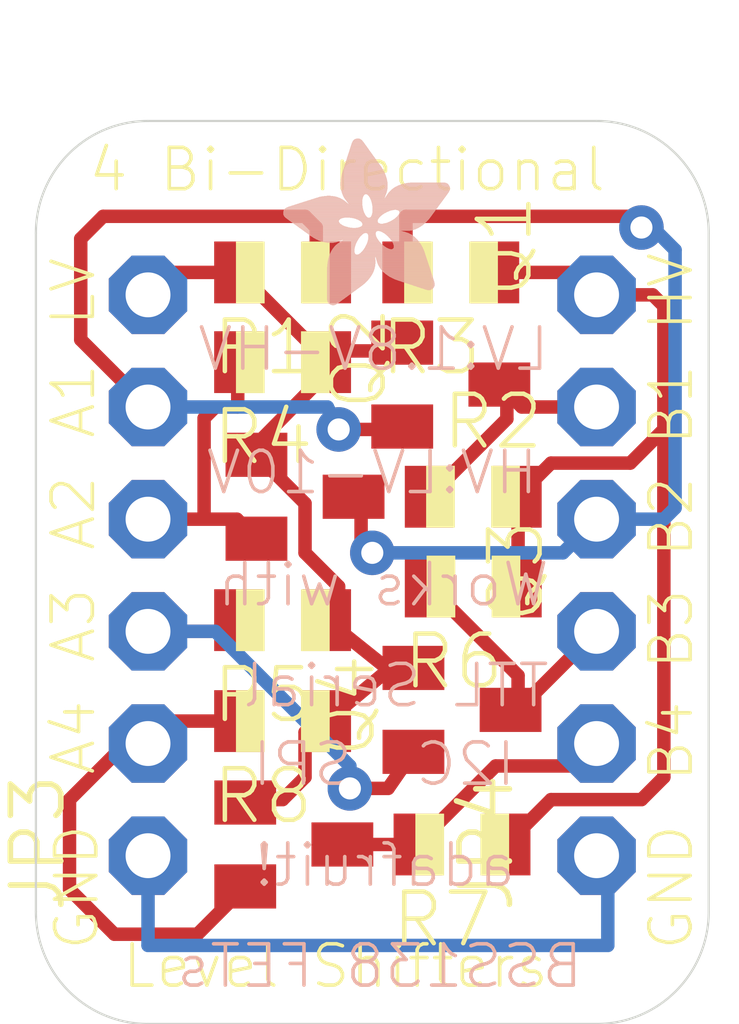
<source format=kicad_pcb>
(kicad_pcb (version 20211014) (generator pcbnew)
  (layers (0 "F.Cu" signal) (1 "In1.Cu" signal) (2 "In2.Cu" signal) (3 "In3.Cu" signal) (4 "In4.Cu" signal) (5 "In5.Cu" signal) (6 "In6.Cu" signal) (7 "In7.Cu" signal) (8 "In8.Cu" signal) (9 "In9.Cu" signal) (10 "In10.Cu" signal) (11 "In11.Cu" signal) (12 "In12.Cu" signal) (13 "In13.Cu" signal) (14 "In14.Cu" signal) (31 "B.Cu" signal) (34 "B.Paste" user) (35 "F.Paste" user) (36 "B.SilkS" user "B.Silkscreen") (37 "F.SilkS" user "F.Silkscreen") (38 "B.Mask" user) (39 "F.Mask" user) (44 "Edge.Cuts" user))
  (net 0 "")
  (net 1 "GND")
  (net 2 "N$6")
  (net 3 "N$8")
  (net 4 "N$9")
  (net 5 "N$2")
  (net 6 "+3V3")
  (net 7 "+5V")
  (net 8 "N$1")
  (net 9 "N$3")
  (net 10 "N$4")
  (net 11 "N$5")
  (footprint "boardEagle:R0805" (layer "F.Cu") (at 146.4691 108.3691 180)
    (fp_text reference "R8" (at -0.762 -1.016 180) (layer "F.SilkS") (effects (font (size 1.1684 1.1684) (thickness 0.1016)) (justify right top)))
    (fp_text value "10K")
    (pad "1" smd rect (at -1 0 180) (size 1.1 1.4) (layers "F.Cu" "F.Paste" "F.Mask") (net 6 "+3V3"))
    (pad "2" smd rect (at 1 0 180) (size 1.1 1.4) (layers "F.Cu" "F.Paste" "F.Mask") (net 10 "N$4"))
  )
  (footprint "boardEagle:1X06-CLEANBIG" (layer "F.Cu") (at 153.5811 105.0671 90)
    (fp_text reference "JP4" (at -7.6962 -1.8288 90) (layer "F.SilkS") (effects (font (size 1.143 1.143) (thickness 0.127)) (justify left bottom)))
    (fp_text value "")
    (pad "1" thru_hole roundrect (at -6.35 0 180) (size 1.778 1.778) (drill 1.016) (layers *.Cu *.Mask) (chamfer_ratio 0.2928932188) (chamfer top_left top_right bottom_left bottom_right) (net 1 "GND"))
    (pad "2" thru_hole roundrect (at -3.81 0 180) (size 1.778 1.778) (drill 1.016) (layers *.Cu *.Mask) (chamfer_ratio 0.2928932188) (chamfer top_left top_right bottom_left bottom_right) (net 11 "N$5"))
    (pad "3" thru_hole roundrect (at -1.27 0 180) (size 1.778 1.778) (drill 1.016) (layers *.Cu *.Mask) (chamfer_ratio 0.2928932188) (chamfer top_left top_right bottom_left bottom_right) (net 8 "N$1"))
    (pad "4" thru_hole roundrect (at 1.27 0 180) (size 1.778 1.778) (drill 1.016) (layers *.Cu *.Mask) (chamfer_ratio 0.2928932188) (chamfer top_left top_right bottom_left bottom_right) (net 3 "N$8"))
    (pad "5" thru_hole roundrect (at 3.81 0 180) (size 1.778 1.778) (drill 1.016) (layers *.Cu *.Mask) (chamfer_ratio 0.2928932188) (chamfer top_left top_right bottom_left bottom_right) (net 5 "N$2"))
    (pad "6" thru_hole roundrect (at 6.35 0 180) (size 1.778 1.778) (drill 1.016) (layers *.Cu *.Mask) (chamfer_ratio 0.2928932188) (chamfer top_left top_right bottom_left bottom_right) (net 7 "+5V"))
  )
  (footprint "boardEagle:R0805" (layer "F.Cu") (at 146.4691 98.2091 180)
    (fp_text reference "R1" (at -0.762 -1.016 180) (layer "F.SilkS") (effects (font (size 1.1684 1.1684) (thickness 0.1016)) (justify right top)))
    (fp_text value "10K")
    (pad "1" smd rect (at -1 0 180) (size 1.1 1.4) (layers "F.Cu" "F.Paste" "F.Mask") (net 4 "N$9"))
    (pad "2" smd rect (at 1 0 180) (size 1.1 1.4) (layers "F.Cu" "F.Paste" "F.Mask") (net 6 "+3V3"))
  )
  (footprint "boardEagle:R0805" (layer "F.Cu") (at 150.5331 111.1631 180)
    (fp_text reference "R7" (at -0.762 -1.016 180) (layer "F.SilkS") (effects (font (size 1.1684 1.1684) (thickness 0.1016)) (justify right top)))
    (fp_text value "10K")
    (pad "1" smd rect (at -1 0 180) (size 1.1 1.4) (layers "F.Cu" "F.Paste" "F.Mask") (net 7 "+5V"))
    (pad "2" smd rect (at 1 0 180) (size 1.1 1.4) (layers "F.Cu" "F.Paste" "F.Mask") (net 11 "N$5"))
  )
  (footprint "boardEagle:R0805" (layer "F.Cu") (at 150.7871 105.3211 180)
    (fp_text reference "R6" (at -0.762 -1.016 180) (layer "F.SilkS") (effects (font (size 1.1684 1.1684) (thickness 0.1016)) (justify right top)))
    (fp_text value "10K")
    (pad "1" smd rect (at -1 0 180) (size 1.1 1.4) (layers "F.Cu" "F.Paste" "F.Mask") (net 7 "+5V"))
    (pad "2" smd rect (at 1 0 180) (size 1.1 1.4) (layers "F.Cu" "F.Paste" "F.Mask") (net 8 "N$1"))
  )
  (footprint "boardEagle:1X06-CLEANBIG" (layer "F.Cu") (at 143.4211 105.0671 90)
    (fp_text reference "JP3" (at -7.6962 -1.8288 90) (layer "F.SilkS") (effects (font (size 1.143 1.143) (thickness 0.127)) (justify left bottom)))
    (fp_text value "")
    (pad "1" thru_hole roundrect (at -6.35 0 180) (size 1.778 1.778) (drill 1.016) (layers *.Cu *.Mask) (chamfer_ratio 0.2928932188) (chamfer top_left top_right bottom_left bottom_right) (net 1 "GND"))
    (pad "2" thru_hole roundrect (at -3.81 0 180) (size 1.778 1.778) (drill 1.016) (layers *.Cu *.Mask) (chamfer_ratio 0.2928932188) (chamfer top_left top_right bottom_left bottom_right) (net 10 "N$4"))
    (pad "3" thru_hole roundrect (at -1.27 0 180) (size 1.778 1.778) (drill 1.016) (layers *.Cu *.Mask) (chamfer_ratio 0.2928932188) (chamfer top_left top_right bottom_left bottom_right) (net 9 "N$3"))
    (pad "4" thru_hole roundrect (at 1.27 0 180) (size 1.778 1.778) (drill 1.016) (layers *.Cu *.Mask) (chamfer_ratio 0.2928932188) (chamfer top_left top_right bottom_left bottom_right) (net 2 "N$6"))
    (pad "5" thru_hole roundrect (at 3.81 0 180) (size 1.778 1.778) (drill 1.016) (layers *.Cu *.Mask) (chamfer_ratio 0.2928932188) (chamfer top_left top_right bottom_left bottom_right) (net 4 "N$9"))
    (pad "6" thru_hole roundrect (at 6.35 0 180) (size 1.778 1.778) (drill 1.016) (layers *.Cu *.Mask) (chamfer_ratio 0.2928932188) (chamfer top_left top_right bottom_left bottom_right) (net 6 "+3V3"))
  )
  (footprint "boardEagle:R0805" (layer "F.Cu") (at 146.4691 100.2411 180)
    (fp_text reference "R4" (at -0.762 -1.016 180) (layer "F.SilkS") (effects (font (size 1.1684 1.1684) (thickness 0.1016)) (justify right top)))
    (fp_text value "10K")
    (pad "1" smd rect (at -1 0 180) (size 1.1 1.4) (layers "F.Cu" "F.Paste" "F.Mask") (net 6 "+3V3"))
    (pad "2" smd rect (at 1 0 180) (size 1.1 1.4) (layers "F.Cu" "F.Paste" "F.Mask") (net 2 "N$6"))
  )
  (footprint "boardEagle:SOT23" (layer "F.Cu") (at 150.5331 108.1151 -90)
    (fp_text reference "Q3" (at -1.905 -1.905 -90) (layer "F.SilkS") (effects (font (size 1.1684 1.1684) (thickness 0.1016)) (justify left bottom)))
    (fp_text value "BSS138")
    (pad "1" smd rect (at -0.95 1.1 270) (size 1 1.4) (layers "F.Cu" "F.Paste" "F.Mask") (net 6 "+3V3"))
    (pad "2" smd rect (at 0.95 1.1 270) (size 1 1.4) (layers "F.Cu" "F.Paste" "F.Mask") (net 9 "N$3"))
    (pad "3" smd rect (at 0 -1.1 270) (size 1 1.4) (layers "F.Cu" "F.Paste" "F.Mask") (net 8 "N$1"))
  )
  (footprint "boardEagle:SOT23" (layer "F.Cu") (at 150.2791 100.7491 -90)
    (fp_text reference "Q1" (at -1.905 -1.905 -90) (layer "F.SilkS") (effects (font (size 1.1684 1.1684) (thickness 0.1016)) (justify left bottom)))
    (fp_text value "BSS138")
    (pad "1" smd rect (at -0.95 1.1 270) (size 1 1.4) (layers "F.Cu" "F.Paste" "F.Mask") (net 6 "+3V3"))
    (pad "2" smd rect (at 0.95 1.1 270) (size 1 1.4) (layers "F.Cu" "F.Paste" "F.Mask") (net 4 "N$9"))
    (pad "3" smd rect (at 0 -1.1 270) (size 1 1.4) (layers "F.Cu" "F.Paste" "F.Mask") (net 5 "N$2"))
  )
  (footprint "boardEagle:SOT23" (layer "F.Cu") (at 146.9771 103.2891 -90)
    (fp_text reference "Q2" (at -1.905 -1.905 -90) (layer "F.SilkS") (effects (font (size 1.1684 1.1684) (thickness 0.1016)) (justify left bottom)))
    (fp_text value "BSS138")
    (pad "1" smd rect (at -0.95 1.1 270) (size 1 1.4) (layers "F.Cu" "F.Paste" "F.Mask") (net 6 "+3V3"))
    (pad "2" smd rect (at 0.95 1.1 270) (size 1 1.4) (layers "F.Cu" "F.Paste" "F.Mask") (net 2 "N$6"))
    (pad "3" smd rect (at 0 -1.1 270) (size 1 1.4) (layers "F.Cu" "F.Paste" "F.Mask") (net 3 "N$8"))
  )
  (footprint "boardEagle:R0805" (layer "F.Cu") (at 150.7871 103.2891)
    (fp_text reference "R2" (at -0.762 -1.016) (layer "F.SilkS") (effects (font (size 1.1684 1.1684) (thickness 0.1016)) (justify left bottom)))
    (fp_text value "10K")
    (pad "1" smd rect (at -1 0) (size 1.1 1.4) (layers "F.Cu" "F.Paste" "F.Mask") (net 5 "N$2"))
    (pad "2" smd rect (at 1 0) (size 1.1 1.4) (layers "F.Cu" "F.Paste" "F.Mask") (net 7 "+5V"))
  )
  (footprint "boardEagle:SOT23" (layer "F.Cu") (at 146.7231 111.1631 -90)
    (fp_text reference "Q4" (at -1.905 -1.905 -90) (layer "F.SilkS") (effects (font (size 1.1684 1.1684) (thickness 0.1016)) (justify left bottom)))
    (fp_text value "BSS138")
    (pad "1" smd rect (at -0.95 1.1 270) (size 1 1.4) (layers "F.Cu" "F.Paste" "F.Mask") (net 6 "+3V3"))
    (pad "2" smd rect (at 0.95 1.1 270) (size 1 1.4) (layers "F.Cu" "F.Paste" "F.Mask") (net 10 "N$4"))
    (pad "3" smd rect (at 0 -1.1 270) (size 1 1.4) (layers "F.Cu" "F.Paste" "F.Mask") (net 11 "N$5"))
  )
  (footprint "boardEagle:R0805" (layer "F.Cu") (at 150.2791 98.2091 180)
    (fp_text reference "R3" (at -0.762 -1.016 180) (layer "F.SilkS") (effects (font (size 1.1684 1.1684) (thickness 0.1016)) (justify right top)))
    (fp_text value "10K")
    (pad "1" smd rect (at -1 0 180) (size 1.1 1.4) (layers "F.Cu" "F.Paste" "F.Mask") (net 7 "+5V"))
    (pad "2" smd rect (at 1 0 180) (size 1.1 1.4) (layers "F.Cu" "F.Paste" "F.Mask") (net 3 "N$8"))
  )
  (footprint "boardEagle:R0805" (layer "F.Cu") (at 146.4691 106.0831 180)
    (fp_text reference "R5" (at -0.762 -1.016 180) (layer "F.SilkS") (effects (font (size 1.1684 1.1684) (thickness 0.1016)) (justify right top)))
    (fp_text value "10K")
    (pad "1" smd rect (at -1 0 180) (size 1.1 1.4) (layers "F.Cu" "F.Paste" "F.Mask") (net 6 "+3V3"))
    (pad "2" smd rect (at 1 0 180) (size 1.1 1.4) (layers "F.Cu" "F.Paste" "F.Mask") (net 9 "N$3"))
  )
  (footprint "boardEagle:ADAFRUIT_3.5MM" (layer "B.Cu") (at 150.2791 98.9711 180)
    (fp_text reference "U$1" hide)
    (fp_text value "" hide)
  )
  (gr_line (start 156.1211 112.6871) (end 156.1211 97.3201) (layer "Edge.Cuts") (width 0.05))
  (gr_arc (start 153.5811 94.7801) (mid 155.377151 95.524049) (end 156.1211 97.3201) (layer "Edge.Cuts") (width 0.05))
  (gr_line (start 153.5811 94.7801) (end 143.4211 94.7801) (layer "Edge.Cuts") (width 0.05))
  (gr_line (start 140.8811 97.3201) (end 140.8811 112.6871) (layer "Edge.Cuts") (width 0.05))
  (gr_arc (start 140.8811 97.3201) (mid 141.625049 95.524049) (end 143.4211 94.7801) (layer "Edge.Cuts") (width 0.05))
  (gr_arc (start 156.1211 112.6871) (mid 155.377151 114.483151) (end 153.5811 115.2271) (layer "Edge.Cuts") (width 0.05))
  (gr_arc (start 143.4211 115.2271) (mid 141.625049 114.483151) (end 140.8811 112.6871) (layer "Edge.Cuts") (width 0.05))
  (gr_line (start 143.4211 115.2271) (end 153.5811 115.2271) (layer "Edge.Cuts") (width 0.05))
  (gr_text "LV:1.8V-HV" (at 152.5651 100.4951) (layer "B.SilkS") (effects (font (size 0.93472 0.93472) (thickness 0.08128)) (justify left bottom mirror)))
  (gr_text "HV:LV-10V" (at 152.3111 103.2891) (layer "B.SilkS") (effects (font (size 0.93472 0.93472) (thickness 0.08128)) (justify left bottom mirror)))
  (gr_text "I2C  SPI" (at 151.8031 109.8931) (layer "B.SilkS") (effects (font (size 0.93472 0.93472) (thickness 0.08128)) (justify left bottom mirror)))
  (gr_text "adafruit!" (at 151.8031 112.1791) (layer "B.SilkS") (effects (font (size 0.93472 0.93472) (thickness 0.08128)) (justify left bottom mirror)))
  (gr_text "BSS138 FETs" (at 153.3271 114.4651) (layer "B.SilkS") (effects (font (size 0.93472 0.93472) (thickness 0.08128)) (justify left bottom mirror)))
  (gr_text "TTL Serial" (at 152.5651 108.1151) (layer "B.SilkS") (effects (font (size 0.93472 0.93472) (thickness 0.08128)) (justify left bottom mirror)))
  (gr_text "Works with" (at 152.5651 105.8291) (layer "B.SilkS") (effects (font (size 0.93472 0.93472) (thickness 0.08128)) (justify left bottom mirror)))
  (gr_text "B3" (at 154.7241 105.3211 90) (layer "F.SilkS") (effects (font (size 0.93472 0.93472) (thickness 0.08128)) (justify right top)))
  (gr_text "B4" (at 154.7241 107.8611 90) (layer "F.SilkS") (effects (font (size 0.93472 0.93472) (thickness 0.08128)) (justify right top)))
  (gr_text "4 Bi-Directional" (at 142.0241 96.4311) (layer "F.SilkS") (effects (font (size 0.93472 0.93472) (thickness 0.08128)) (justify left bottom)))
  (gr_text "HV" (at 154.7241 97.7011 90) (layer "F.SilkS") (effects (font (size 0.93472 0.93472) (thickness 0.08128)) (justify right top)))
  (gr_text "B2" (at 154.7241 102.7811 90) (layer "F.SilkS") (effects (font (size 0.93472 0.93472) (thickness 0.08128)) (justify right top)))
  (gr_text "A3" (at 142.2781 107.0991 90) (layer "F.SilkS") (effects (font (size 0.93472 0.93472) (thickness 0.08128)) (justify left bottom)))
  (gr_text "A2" (at 142.2781 104.5591 90) (layer "F.SilkS") (effects (font (size 0.93472 0.93472) (thickness 0.08128)) (justify left bottom)))
  (gr_text "LV" (at 142.2781 99.4791 90) (layer "F.SilkS") (effects (font (size 0.93472 0.93472) (thickness 0.08128)) (justify left bottom)))
  (gr_text "B1" (at 154.7241 100.2411 90) (layer "F.SilkS") (effects (font (size 0.93472 0.93472) (thickness 0.08128)) (justify right top)))
  (gr_text "Level Shifters" (at 142.7861 114.4651) (layer "F.SilkS") (effects (font (size 0.93472 0.93472) (thickness 0.08128)) (justify left bottom)))
  (gr_text "GND" (at 154.7241 110.6551 90) (layer "F.SilkS") (effects (font (size 0.93472 0.93472) (thickness 0.08128)) (justify right top)))
  (gr_text "A1" (at 142.2781 102.0191 90) (layer "F.SilkS") (effects (font (size 0.93472 0.93472) (thickness 0.08128)) (justify left bottom)))
  (gr_text "A4" (at 142.2781 109.6391 90) (layer "F.SilkS") (effects (font (size 0.93472 0.93472) (thickness 0.08128)) (justify left bottom)))
  (gr_text "GND" (at 141.2621 110.6551 90) (layer "F.SilkS") (effects (font (size 0.93472 0.93472) (thickness 0.08128)) (justify right top)))
  (segment (start 153.8351 111.4171) (end 153.8351 113.4491) (width 0.3048) (layer "B.Cu") (net 1))
  (segment (start 153.8351 113.4491) (end 143.4211 113.4491) (width 0.3048) (layer "B.Cu") (net 1))
  (segment (start 153.5811 111.4171) (end 153.8351 111.4171) (width 0.3048) (layer "B.Cu") (net 1))
  (segment (start 143.4211 113.4491) (end 143.4211 111.4171) (width 0.3048) (layer "B.Cu") (net 1))
  (segment (start 144.6911 101.5111) (end 144.6911 103.7971) (width 0.3048) (layer "F.Cu") (net 2))
  (segment (start 145.4351 103.7971) (end 145.8771 104.2391) (width 0.3048) (layer "F.Cu") (net 2))
  (segment (start 145.4531 100.2571) (end 145.4531 101.2571) (width 0.3048) (layer "F.Cu") (net 2))
  (segment (start 145.4691 100.2411) (end 145.4531 100.2571) (width 0.3048) (layer "F.Cu") (net 2))
  (segment (start 145.4691 100.2411) (end 145.2151 99.9871) (width 0.3048) (layer "F.Cu") (net 2))
  (segment (start 144.6911 103.7971) (end 145.4351 103.7971) (width 0.3048) (layer "F.Cu") (net 2))
  (segment (start 144.6911 103.7971) (end 143.4211 103.7971) (width 0.3048) (layer "F.Cu") (net 2))
  (segment (start 144.9451 101.2571) (end 144.6911 101.5111) (width 0.3048) (layer "F.Cu") (net 2))
  (segment (start 143.4211 103.7971) (end 143.1671 103.7971) (width 0.3048) (layer "F.Cu") (net 2))
  (segment (start 145.4531 101.2571) (end 144.9451 101.2571) (width 0.3048) (layer "F.Cu") (net 2))
  (segment (start 148.2471 103.2891) (end 148.2471 104.3051) (width 0.3048) (layer "F.Cu") (net 3))
  (segment (start 148.0771 103.2891) (end 148.2471 103.2891) (width 0.3048) (layer "F.Cu") (net 3))
  (segment (start 148.2471 104.3051) (end 148.5011 104.5591) (width 0.3048) (layer "F.Cu") (net 3))
  (segment (start 154.3431 96.9391) (end 149.2631 96.9391) (width 0.3048) (layer "F.Cu") (net 3))
  (segment (start 154.5971 97.1931) (end 154.3431 96.9391) (width 0.3048) (layer "F.Cu") (net 3))
  (segment (start 149.2631 98.1931) (end 149.2791 98.2091) (width 0.3048) (layer "F.Cu") (net 3))
  (segment (start 149.2631 96.9391) (end 149.2631 98.1931) (width 0.3048) (layer "F.Cu") (net 3))
  (via (at 148.5011 104.5591) (size 1.008) (drill 0.5) (layers "F.Cu" "B.Cu") (net 3))
  (via (at 154.5971 97.1931) (size 1.008) (drill 0.5) (layers "F.Cu" "B.Cu") (net 3))
  (segment (start 148.5011 104.5591) (end 152.8191 104.5591) (width 0.3048) (layer "B.Cu") (net 3))
  (segment (start 153.5811 103.7971) (end 155.1051 103.7971) (width 0.3048) (layer "B.Cu") (net 3))
  (segment (start 155.1051 103.7971) (end 155.3591 103.5431) (width 0.3048) (layer "B.Cu") (net 3))
  (segment (start 154.8511 97.1931) (end 154.5971 97.1931) (width 0.3048) (layer "B.Cu") (net 3))
  (segment (start 155.3591 103.5431) (end 155.3591 97.7011) (width 0.3048) (layer "B.Cu") (net 3))
  (segment (start 155.3591 97.7011) (end 154.8511 97.1931) (width 0.3048) (layer "B.Cu") (net 3))
  (segment (start 152.8191 104.5591) (end 153.5811 103.7971) (width 0.3048) (layer "B.Cu") (net 3))
  (segment (start 142.4051 96.9391) (end 146.9771 96.9391) (width 0.3048) (layer "F.Cu") (net 4))
  (segment (start 149.1131 101.7651) (end 149.1791 101.6991) (width 0.3048) (layer "F.Cu") (net 4))
  (segment (start 141.8971 97.4471) (end 142.4051 96.9391) (width 0.3048) (layer "F.Cu") (net 4))
  (segment (start 146.9771 96.9391) (end 147.2311 97.1931) (width 0.3048) (layer "F.Cu") (net 4))
  (segment (start 147.7391 101.7651) (end 149.1131 101.7651) (width 0.3048) (layer "F.Cu") (net 4))
  (segment (start 141.8971 99.7331) (end 141.8971 97.4471) (width 0.3048) (layer "F.Cu") (net 4))
  (segment (start 141.8971 99.7331) (end 143.4211 101.2571) (width 0.3048) (layer "F.Cu") (net 4))
  (segment (start 147.2311 97.1931) (end 147.2311 98.2091) (width 0.3048) (layer "F.Cu") (net 4))
  (segment (start 147.2311 98.2091) (end 147.4691 98.2091) (width 0.3048) (layer "F.Cu") (net 4))
  (via (at 147.7391 101.7651) (size 1.008) (drill 0.5) (layers "F.Cu" "B.Cu") (net 4))
  (segment (start 143.4211 101.2571) (end 147.4851 101.2571) (width 0.3048) (layer "B.Cu") (net 4))
  (segment (start 147.4851 101.2571) (end 147.7391 101.7651) (width 0.3048) (layer "B.Cu") (net 4))
  (segment (start 151.8871 101.2571) (end 153.5811 101.2571) (width 0.3048) (layer "F.Cu") (net 5))
  (segment (start 151.3791 100.7491) (end 151.0411 100.7491) (width 0.3048) (layer "F.Cu") (net 5))
  (segment (start 149.7871 103.2891) (end 151.5491 101.5271) (width 0.3048) (layer "F.Cu") (net 5))
  (segment (start 151.5491 101.5271) (end 151.5491 100.7491) (width 0.3048) (layer "F.Cu") (net 5))
  (segment (start 151.5491 100.7491) (end 151.3791 100.7491) (width 0.3048) (layer "F.Cu") (net 5))
  (segment (start 151.3791 100.7491) (end 151.8871 101.2571) (width 0.3048) (layer "F.Cu") (net 5))
  (segment (start 146.9771 109.6391) (end 146.4691 110.1471) (width 0.3048) (layer "F.Cu") (net 6))
  (segment (start 147.7231 99.9871) (end 149.0091 99.9871) (width 0.3048) (layer "F.Cu") (net 6))
  (segment (start 146.4691 110.1471) (end 145.6891 110.1471) (width 0.3048) (layer "F.Cu") (net 6))
  (segment (start 149.0091 99.9691) (end 149.1791 99.7991) (width 0.3048) (layer "F.Cu") (net 6))
  (segment (start 148.7391 107.0991) (end 148.9931 107.0991) (width 0.3048) (layer "F.Cu") (net 6))
  (segment (start 147.4691 106.0831) (end 147.7391 106.0671) (width 0.3048) (layer "F.Cu") (net 6))
  (segment (start 147.2311 100.2411) (end 147.4691 100.2411) (width 0.3048) (layer "F.Cu") (net 6))
  (segment (start 143.9291 98.2091) (end 143.4211 98.7171) (width 0.3048) (layer "F.Cu") (net 6))
  (segment (start 147.5011 100.2411) (end 145.4691 98.2091) (width 0.3048) (layer "F.Cu") (net 6))
  (segment (start 146.9771 104.5591) (end 146.9771 103.4391) (width 0.3048) (layer "F.Cu") (net 6))
  (segment (start 145.9611 102.2551) (end 145.9611 102.0191) (width 0.3048) (layer "F.Cu") (net 6))
  (segment (start 149.7531 107.0991) (end 149.4331 107.1651) (width 0.3048) (layer "F.Cu") (net 6))
  (segment (start 147.2311 100.7311) (end 147.2311 100.2411) (width 0.3048) (layer "F.Cu") (net 6))
  (segment (start 147.2311 108.3691) (end 146.9771 108.6231) (width 0.3048) (layer "F.Cu") (net 6))
  (segment (start 149.2631 107.0991) (end 149.6211 107.0991) (width 0.3048) (layer "F.Cu") (net 6))
  (segment (start 145.8771 102.3391) (end 145.9611 102.2551) (width 0.3048) (layer "F.Cu") (net 6))
  (segment (start 147.7391 108.8771) (end 147.2311 108.3691) (width 0.3048) (layer "F.Cu") (net 6))
  (segment (start 148.9931 107.0991) (end 147.4691 108.3691) (width 0.3048) (layer "F.Cu") (net 6))
  (segment (start 147.4691 108.3691) (end 147.7391 108.3691) (width 0.3048) (layer "F.Cu") (net 6))
  (segment (start 149.6211 107.0991) (end 149.7531 107.0991) (width 0.3048) (layer "F.Cu") (net 6))
  (segment (start 147.7391 108.3691) (end 147.7391 108.8771) (width 0.3048) (layer "F.Cu") (net 6))
  (segment (start 147.5011 100.2411) (end 147.7391 100.2411) (width 0.3048) (layer "F.Cu") (net 6))
  (segment (start 147.7391 105.3211) (end 146.9771 104.5591) (width 0.3048) (layer "F.Cu") (net 6))
  (segment (start 145.9611 102.0191) (end 147.2311 100.7311) (width 0.3048) (layer "F.Cu") (net 6))
  (segment (start 149.0091 99.9871) (end 149.0091 99.9691) (width 0.3048) (layer "F.Cu") (net 6))
  (segment (start 149.2631 107.0991) (end 148.9931 107.0991) (width 0.3048) (layer "F.Cu") (net 6))
  (segment (start 149.6211 107.0991) (end 149.4331 107.1651) (width 0.3048) (layer "F.Cu") (net 6))
  (segment (start 147.4691 100.2411) (end 147.7231 99.9871) (width 0.3048) (layer "F.Cu") (net 6))
  (segment (start 147.4691 106.0831) (end 148.7391 107.0991) (width 0.3048) (layer "F.Cu") (net 6))
  (segment (start 145.4691 98.2091) (end 143.9291 98.2091) (width 0.3048) (layer "F.Cu") (net 6))
  (segment (start 146.9771 108.6231) (end 146.9771 109.6391) (width 0.3048) (layer "F.Cu") (net 6))
  (segment (start 147.4691 100.2411) (end 147.5011 100.2411) (width 0.3048) (layer "F.Cu") (net 6))
  (segment (start 146.9771 103.4391) (end 145.8771 102.3391) (width 0.3048) (layer "F.Cu") (net 6))
  (segment (start 149.7531 107.0991) (end 149.7711 107.0991) (width 0.3048) (layer "F.Cu") (net 6))
  (segment (start 145.6891 110.1471) (end 145.6231 110.2131) (width 0.3048) (layer "F.Cu") (net 6))
  (segment (start 147.7391 106.0671) (end 147.7391 105.3211) (width 0.3048) (layer "F.Cu") (net 6))
  (segment (start 151.7871 103.2891) (end 151.8031 103.2891) (width 0.3048) (layer "F.Cu") (net 7))
  (segment (start 154.5971 110.1471) (end 152.5491 110.1471) (width 0.3048) (layer "F.Cu") (net 7))
  (segment (start 155.1051 109.6391) (end 155.1051 101.7651) (width 0.3048) (layer "F.Cu") (net 7))
  (segment (start 151.8031 105.3051) (end 151.7871 105.3211) (width 0.3048) (layer "F.Cu") (net 7))
  (segment (start 155.1051 101.7651) (end 155.1051 98.9711) (width 0.3048) (layer "F.Cu") (net 7))
  (segment (start 155.1051 98.9711) (end 154.8511 98.7171) (width 0.3048) (layer "F.Cu") (net 7))
  (segment (start 153.0731 98.2091) (end 151.2791 98.2091) (width 0.3048) (layer "F.Cu") (net 7))
  (segment (start 154.3431 102.5271) (end 152.5491 102.5271) (width 0.3048) (layer "F.Cu") (net 7))
  (segment (start 154.5971 110.1471) (end 155.1051 109.6391) (width 0.3048) (layer "F.Cu") (net 7))
  (segment (start 155.1051 101.7651) (end 154.3431 102.5271) (width 0.3048) (layer "F.Cu") (net 7))
  (segment (start 151.8031 103.2891) (end 151.8031 105.3051) (width 0.3048) (layer "F.Cu") (net 7))
  (segment (start 153.5811 98.7171) (end 153.0731 98.2091) (width 0.3048) (layer "F.Cu") (net 7))
  (segment (start 152.5491 102.5271) (end 151.7871 103.2891) (width 0.3048) (layer "F.Cu") (net 7))
  (segment (start 152.5491 110.1471) (end 151.5331 111.1631) (width 0.3048) (layer "F.Cu") (net 7))
  (segment (start 154.8511 98.7171) (end 153.5811 98.7171) (width 0.3048) (layer "F.Cu") (net 7))
  (segment (start 151.8031 108.1151) (end 153.5811 106.3371) (width 0.3048) (layer "F.Cu") (net 8))
  (segment (start 151.8031 107.3371) (end 151.8031 108.1151) (width 0.3048) (layer "F.Cu") (net 8))
  (segment (start 151.8031 108.1151) (end 151.6331 108.1151) (width 0.3048) (layer "F.Cu") (net 8))
  (segment (start 149.7871 105.3211) (end 151.8031 107.3371) (width 0.3048) (layer "F.Cu") (net 8))
  (segment (start 145.4691 106.0831) (end 145.4691 106.3371) (width 0.3048) (layer "F.Cu") (net 9))
  (segment (start 145.4691 106.3371) (end 143.4211 106.3371) (width 0.3048) (layer "F.Cu") (net 9))
  (segment (start 147.9931 109.8931) (end 148.8591 109.8931) (width 0.3048) (layer "F.Cu") (net 9))
  (segment (start 148.8591 109.8931) (end 149.4331 109.0651) (width 0.3048) (layer "F.Cu") (net 9))
  (via (at 147.9931 109.8931) (size 1.008) (drill 0.5) (layers "F.Cu" "B.Cu") (net 9))
  (segment (start 144.9451 106.3371) (end 147.9931 109.3851) (width 0.3048) (layer "B.Cu") (net 9))
  (segment (start 147.9931 109.3851) (end 147.9931 109.8931) (width 0.3048) (layer "B.Cu") (net 9))
  (segment (start 143.4211 106.3371) (end 144.9451 106.3371) (width 0.3048) (layer "B.Cu") (net 9))
  (segment (start 145.4691 108.3691) (end 143.9291 108.3691) (width 0.3048) (layer "F.Cu") (net 10))
  (segment (start 143.4211 108.8771) (end 142.9131 108.8771) (width 0.3048) (layer "F.Cu") (net 10))
  (segment (start 142.9131 108.8771) (end 141.6431 110.1471) (width 0.3048) (layer "F.Cu") (net 10))
  (segment (start 143.9291 108.3691) (end 143.4211 108.8771) (width 0.3048) (layer "F.Cu") (net 10))
  (segment (start 141.6431 112.1791) (end 142.6591 113.1951) (width 0.3048) (layer "F.Cu") (net 10))
  (segment (start 142.6591 113.1951) (end 144.5411 113.1951) (width 0.3048) (layer "F.Cu") (net 10))
  (segment (start 144.5411 113.1951) (end 145.6231 112.1131) (width 0.3048) (layer "F.Cu") (net 10))
  (segment (start 141.6431 110.1471) (end 141.6431 112.1791) (width 0.3048) (layer "F.Cu") (net 10))
  (segment (start 153.0731 109.3851) (end 153.5811 108.8771) (width 0.3048) (layer "F.Cu") (net 11))
  (segment (start 147.8231 111.1631) (end 147.7391 111.1631) (width 0.3048) (layer "F.Cu") (net 11))
  (segment (start 151.2951 109.3851) (end 153.0731 109.3851) (width 0.3048) (layer "F.Cu") (net 11))
  (segment (start 151.2951 109.3851) (end 149.5171 111.1631) (width 0.3048) (layer "F.Cu") (net 11))
  (segment (start 149.5171 111.1631) (end 149.5331 111.1631) (width 0.3048) (layer "F.Cu") (net 11))
  (segment (start 149.5331 111.1631) (end 147.8231 111.1631) (width 0.3048) (layer "F.Cu") (net 11))
)
</source>
